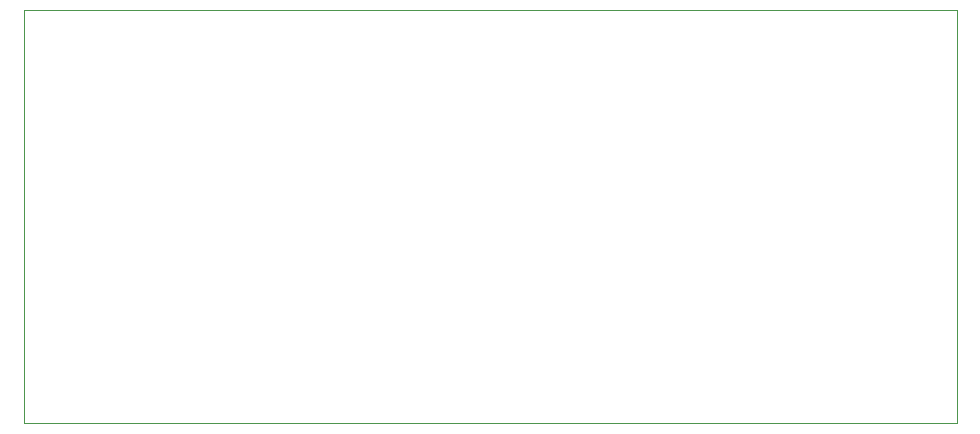
<source format=gbr>
%TF.GenerationSoftware,KiCad,Pcbnew,8.0.1*%
%TF.CreationDate,2025-02-03T01:20:01-05:00*%
%TF.ProjectId,glove-v3.1,676c6f76-652d-4763-932e-312e6b696361,rev?*%
%TF.SameCoordinates,Original*%
%TF.FileFunction,Profile,NP*%
%FSLAX46Y46*%
G04 Gerber Fmt 4.6, Leading zero omitted, Abs format (unit mm)*
G04 Created by KiCad (PCBNEW 8.0.1) date 2025-02-03 01:20:01*
%MOMM*%
%LPD*%
G01*
G04 APERTURE LIST*
%TA.AperFunction,Profile*%
%ADD10C,0.050000*%
%TD*%
G04 APERTURE END LIST*
D10*
X101450000Y-24700000D02*
X180450000Y-24700000D01*
X180450000Y-59700000D01*
X101450000Y-59700000D01*
X101450000Y-24700000D01*
M02*

</source>
